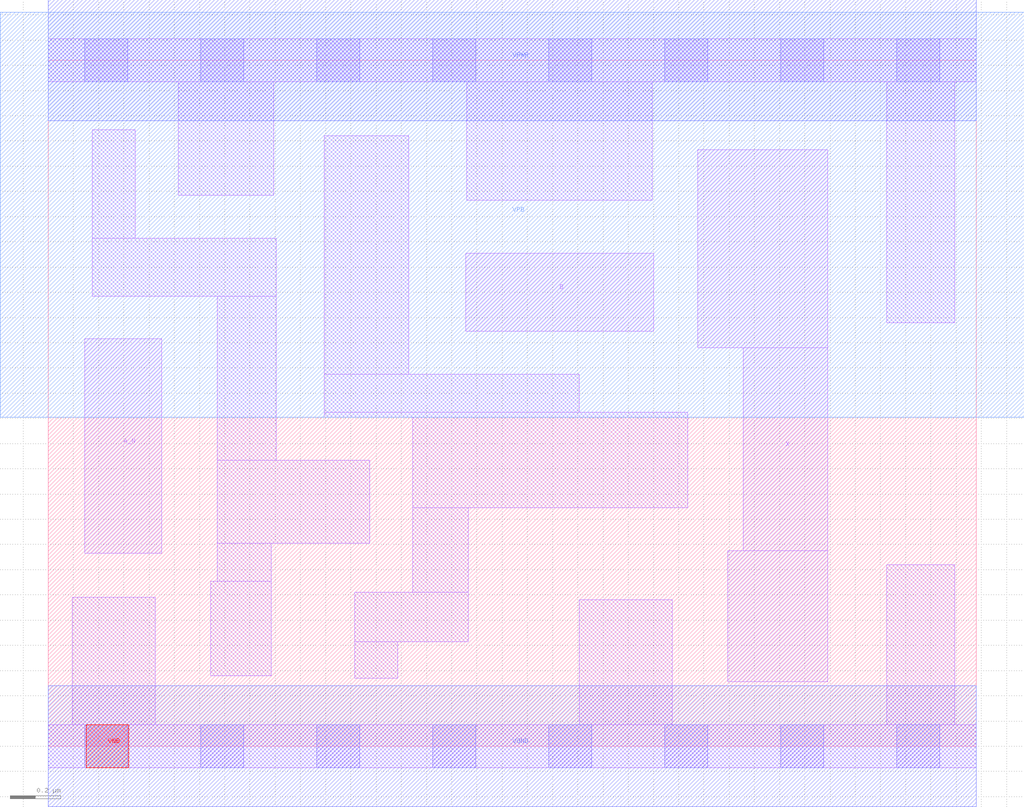
<source format=lef>
# Copyright 2020 The SkyWater PDK Authors
#
# Licensed under the Apache License, Version 2.0 (the "License");
# you may not use this file except in compliance with the License.
# You may obtain a copy of the License at
#
#     https://www.apache.org/licenses/LICENSE-2.0
#
# Unless required by applicable law or agreed to in writing, software
# distributed under the License is distributed on an "AS IS" BASIS,
# WITHOUT WARRANTIES OR CONDITIONS OF ANY KIND, either express or implied.
# See the License for the specific language governing permissions and
# limitations under the License.
#
# SPDX-License-Identifier: Apache-2.0

VERSION 5.7 ;
  NOWIREEXTENSIONATPIN ON ;
  DIVIDERCHAR "/" ;
  BUSBITCHARS "[]" ;
PROPERTYDEFINITIONS
  MACRO maskLayoutSubType STRING ;
  MACRO prCellType STRING ;
  MACRO originalViewName STRING ;
END PROPERTYDEFINITIONS
MACRO sky130_fd_sc_hdll__and2b_2
  CLASS CORE ;
  FOREIGN sky130_fd_sc_hdll__and2b_2 ;
  ORIGIN  0.000000  0.000000 ;
  SIZE  3.680000 BY  2.720000 ;
  SYMMETRY X Y R90 ;
  SITE unithd ;
  PIN A_N
    ANTENNAGATEAREA  0.138600 ;
    DIRECTION INPUT ;
    USE SIGNAL ;
    PORT
      LAYER li1 ;
        RECT 0.145000 0.765000 0.450000 1.615000 ;
    END
  END A_N
  PIN B
    ANTENNAGATEAREA  0.138600 ;
    DIRECTION INPUT ;
    USE SIGNAL ;
    PORT
      LAYER li1 ;
        RECT 1.655000 1.645000 2.400000 1.955000 ;
    END
  END B
  PIN VGND
    ANTENNADIFFAREA  0.541950 ;
    DIRECTION INOUT ;
    USE SIGNAL ;
    PORT
      LAYER met1 ;
        RECT 0.000000 -0.240000 3.680000 0.240000 ;
    END
  END VGND
  PIN VNB
    PORT
      LAYER pwell ;
        RECT 0.150000 -0.085000 0.320000 0.085000 ;
    END
  END VNB
  PIN VPB
    PORT
      LAYER nwell ;
        RECT -0.190000 1.305000 3.870000 2.910000 ;
    END
  END VPB
  PIN VPWR
    ANTENNADIFFAREA  0.924800 ;
    DIRECTION INOUT ;
    USE SIGNAL ;
    PORT
      LAYER met1 ;
        RECT 0.000000 2.480000 3.680000 2.960000 ;
    END
  END VPWR
  PIN X
    ANTENNADIFFAREA  0.762000 ;
    DIRECTION OUTPUT ;
    USE SIGNAL ;
    PORT
      LAYER li1 ;
        RECT 2.575000 1.580000 3.090000 2.365000 ;
        RECT 2.695000 0.255000 3.090000 0.775000 ;
        RECT 2.755000 0.775000 3.090000 1.580000 ;
    END
  END X
  OBS
    LAYER li1 ;
      RECT 0.000000 -0.085000 3.680000 0.085000 ;
      RECT 0.000000  2.635000 3.680000 2.805000 ;
      RECT 0.095000  0.085000 0.425000 0.590000 ;
      RECT 0.175000  1.785000 0.905000 2.015000 ;
      RECT 0.175000  2.015000 0.345000 2.445000 ;
      RECT 0.515000  2.185000 0.895000 2.635000 ;
      RECT 0.645000  0.280000 0.885000 0.655000 ;
      RECT 0.670000  0.655000 0.885000 0.805000 ;
      RECT 0.670000  0.805000 1.275000 1.135000 ;
      RECT 0.670000  1.135000 0.905000 1.785000 ;
      RECT 1.095000  1.305000 2.535000 1.325000 ;
      RECT 1.095000  1.325000 2.105000 1.475000 ;
      RECT 1.095000  1.475000 1.430000 2.420000 ;
      RECT 1.215000  0.270000 1.385000 0.415000 ;
      RECT 1.215000  0.415000 1.665000 0.610000 ;
      RECT 1.445000  0.610000 1.665000 0.945000 ;
      RECT 1.445000  0.945000 2.535000 1.305000 ;
      RECT 1.660000  2.165000 2.395000 2.635000 ;
      RECT 2.105000  0.085000 2.475000 0.580000 ;
      RECT 3.325000  0.085000 3.595000 0.720000 ;
      RECT 3.325000  1.680000 3.595000 2.635000 ;
    LAYER mcon ;
      RECT 0.145000 -0.085000 0.315000 0.085000 ;
      RECT 0.145000  2.635000 0.315000 2.805000 ;
      RECT 0.605000 -0.085000 0.775000 0.085000 ;
      RECT 0.605000  2.635000 0.775000 2.805000 ;
      RECT 1.065000 -0.085000 1.235000 0.085000 ;
      RECT 1.065000  2.635000 1.235000 2.805000 ;
      RECT 1.525000 -0.085000 1.695000 0.085000 ;
      RECT 1.525000  2.635000 1.695000 2.805000 ;
      RECT 1.985000 -0.085000 2.155000 0.085000 ;
      RECT 1.985000  2.635000 2.155000 2.805000 ;
      RECT 2.445000 -0.085000 2.615000 0.085000 ;
      RECT 2.445000  2.635000 2.615000 2.805000 ;
      RECT 2.905000 -0.085000 3.075000 0.085000 ;
      RECT 2.905000  2.635000 3.075000 2.805000 ;
      RECT 3.365000 -0.085000 3.535000 0.085000 ;
      RECT 3.365000  2.635000 3.535000 2.805000 ;
  END
  PROPERTY maskLayoutSubType "abstract" ;
  PROPERTY prCellType "standard" ;
  PROPERTY originalViewName "layout" ;
END sky130_fd_sc_hdll__and2b_2
END LIBRARY

</source>
